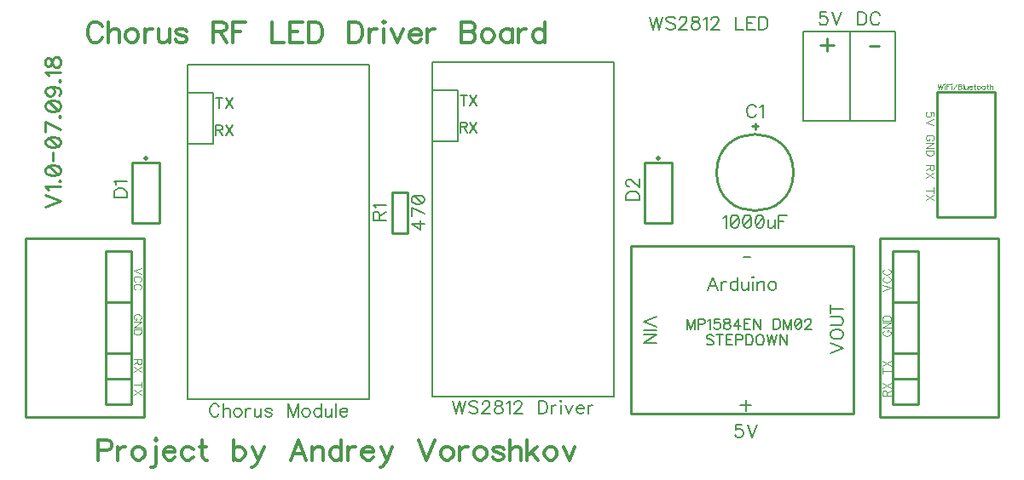
<source format=gbr>
G04 DipTrace 3.2.0.1*
G04 TopSilk.gbr*
%MOIN*%
G04 #@! TF.FileFunction,Legend,Top*
G04 #@! TF.Part,Single*
%ADD10C,0.009843*%
%ADD20C,0.019694*%
%ADD23C,0.007874*%
%ADD26C,0.005906*%
%ADD55C,0.00772*%
%ADD56C,0.009264*%
%ADD57C,0.012351*%
%ADD58C,0.006176*%
%ADD59C,0.010807*%
%ADD60C,0.004632*%
%ADD61C,0.003088*%
%FSLAX26Y26*%
G04*
G70*
G90*
G75*
G01*
G04 TopSilk*
%LPD*%
X2787273Y1334778D2*
D10*
X3658579D1*
Y675881D1*
X2787273D1*
Y1334778D1*
X3262042Y1802353D2*
X3285682D1*
X3273862Y1814150D2*
Y1790523D1*
X3123862Y1621244D2*
G02X3123862Y1621244I150000J0D01*
G01*
D20*
X890846Y1677988D3*
X946283Y1659325D2*
D10*
X840456D1*
Y1423112D1*
X946283D1*
Y1659325D1*
D20*
X2893901Y1678085D3*
X2949338Y1659422D2*
D10*
X2843511D1*
Y1423209D1*
X2949338D1*
Y1659422D1*
X3463801Y2173264D2*
D23*
X3822057D1*
Y1823659D1*
X3463801D1*
Y2173264D1*
X3644757Y2173017D2*
Y1825917D1*
X4212763Y1935326D2*
D10*
X3986379D1*
Y1447137D1*
X4212763D1*
Y1935326D1*
X3812951Y712945D2*
X3912943D1*
Y1312985D1*
X3812951D1*
Y712945D1*
Y814235D2*
X3912943D1*
X3812951Y1112995D2*
X3912943D1*
X3812951Y912935D2*
X3912943D1*
X3762954Y662965D2*
X4225454D1*
Y1362965D1*
X3762954D1*
Y662965D1*
X834910Y1312985D2*
X734917D1*
Y712945D1*
X834910D1*
Y1312985D1*
Y812975D2*
X734917D1*
X834910Y912935D2*
X734917D1*
X834910Y1112995D2*
X734917D1*
X884906Y1362965D2*
X422406D1*
Y662965D1*
X884906D1*
Y1362965D1*
X1056481Y2042113D2*
D26*
X1766481D1*
Y732113D1*
X1056481D1*
Y2042113D1*
Y1932073D2*
X1156449D1*
Y1732167D1*
X1056481D1*
Y1932073D1*
X2011727Y2053886D2*
X2721727D1*
Y743886D1*
X2011727D1*
Y2053886D1*
Y1943846D2*
X2111695D1*
Y1743940D1*
X2011727D1*
Y1943846D1*
X1914204Y1544797D2*
D10*
X1854204D1*
X1914204Y1384497D2*
Y1544797D1*
Y1384497D2*
X1854204D1*
Y1544797D1*
X3127557Y1160911D2*
D55*
X3108378Y1211151D1*
X3089255Y1160911D1*
X3096440Y1177658D2*
X3120372D1*
X3142996Y1194404D2*
Y1160911D1*
Y1180034D2*
X3145428Y1187219D1*
X3150181Y1192028D1*
X3154989Y1194404D1*
X3162174D1*
X3206299Y1211151D2*
Y1160911D1*
Y1187219D2*
X3201545Y1192028D1*
X3196737Y1194404D1*
X3189552D1*
X3184799Y1192028D1*
X3179990Y1187219D1*
X3177614Y1180034D1*
Y1175281D1*
X3179990Y1168096D1*
X3184799Y1163343D1*
X3189552Y1160911D1*
X3196737D1*
X3201545Y1163343D1*
X3206299Y1168096D1*
X3221738Y1194404D2*
Y1170473D1*
X3224114Y1163343D1*
X3228923Y1160911D1*
X3236108D1*
X3240861Y1163343D1*
X3248046Y1170473D1*
Y1194404D2*
Y1160911D1*
X3263485Y1211151D2*
X3265862Y1208774D1*
X3268294Y1211151D1*
X3265862Y1213583D1*
X3263485Y1211151D1*
X3265862Y1194404D2*
Y1160911D1*
X3283733Y1194404D2*
Y1160911D1*
Y1184843D2*
X3290918Y1192028D1*
X3295727Y1194404D1*
X3302856D1*
X3307665Y1192028D1*
X3310041Y1184843D1*
Y1160911D1*
X3337419Y1194404D2*
X3332666Y1192028D1*
X3327857Y1187219D1*
X3325481Y1180034D1*
Y1175281D1*
X3327857Y1168096D1*
X3332666Y1163343D1*
X3337419Y1160911D1*
X3344604D1*
X3349412Y1163343D1*
X3354166Y1168096D1*
X3356597Y1175281D1*
Y1180034D1*
X3354166Y1187219D1*
X3349412Y1192028D1*
X3344604Y1194404D1*
X3337419D1*
X3278080Y1875434D2*
X3275704Y1880188D1*
X3270895Y1884996D1*
X3266142Y1887373D1*
X3256581D1*
X3251772Y1884996D1*
X3247019Y1880188D1*
X3244587Y1875434D1*
X3242210Y1868249D1*
Y1856256D1*
X3244587Y1849126D1*
X3247019Y1844318D1*
X3251772Y1839565D1*
X3256581Y1837133D1*
X3266142D1*
X3270895Y1839565D1*
X3275704Y1844318D1*
X3278080Y1849126D1*
X3293520Y1877756D2*
X3298328Y1880188D1*
X3305513Y1887317D1*
Y1837133D1*
X3150314Y1444661D2*
X3155123Y1447093D1*
X3162308Y1454222D1*
Y1404038D1*
X3192117Y1454222D2*
X3184932Y1451846D1*
X3180124Y1444661D1*
X3177747Y1432722D1*
Y1425537D1*
X3180124Y1413599D1*
X3184932Y1406414D1*
X3192117Y1404038D1*
X3196870D1*
X3204055Y1406414D1*
X3208809Y1413599D1*
X3211241Y1425537D1*
Y1432722D1*
X3208809Y1444661D1*
X3204055Y1451846D1*
X3196870Y1454222D1*
X3192117D1*
X3208809Y1444661D2*
X3180124Y1413599D1*
X3241050Y1454222D2*
X3233865Y1451846D1*
X3229056Y1444661D1*
X3226680Y1432722D1*
Y1425537D1*
X3229056Y1413599D1*
X3233865Y1406414D1*
X3241050Y1404038D1*
X3245803D1*
X3252988Y1406414D1*
X3257741Y1413599D1*
X3260173Y1425537D1*
Y1432722D1*
X3257741Y1444661D1*
X3252988Y1451846D1*
X3245803Y1454222D1*
X3241050D1*
X3257741Y1444661D2*
X3229056Y1413599D1*
X3289982Y1454222D2*
X3282797Y1451846D1*
X3277989Y1444661D1*
X3275612Y1432722D1*
Y1425537D1*
X3277989Y1413599D1*
X3282797Y1406414D1*
X3289982Y1404038D1*
X3294736D1*
X3301921Y1406414D1*
X3306674Y1413599D1*
X3309106Y1425537D1*
Y1432722D1*
X3306674Y1444661D1*
X3301921Y1451846D1*
X3294736Y1454222D1*
X3289982D1*
X3306674Y1444661D2*
X3277989Y1413599D1*
X3324545Y1437531D2*
Y1413599D1*
X3326922Y1406469D1*
X3331730Y1404038D1*
X3338915D1*
X3343668Y1406469D1*
X3350853Y1413599D1*
Y1437531D2*
Y1404038D1*
X3397409Y1454278D2*
X3366292D1*
Y1404038D1*
Y1430346D2*
X3385416D1*
X767233Y1525011D2*
X817473D1*
Y1541757D1*
X815041Y1548942D1*
X810288Y1553751D1*
X805480Y1556128D1*
X798350Y1558504D1*
X786357D1*
X779172Y1556128D1*
X774418Y1553751D1*
X769610Y1548943D1*
X767233Y1541758D1*
Y1525011D1*
X776850Y1573943D2*
X774418Y1578752D1*
X767289Y1585937D1*
X817473D1*
X2770288Y1514358D2*
X2820528D1*
Y1531105D1*
X2818097Y1538290D1*
X2813343Y1543098D1*
X2808535Y1545475D1*
X2801405Y1547851D1*
X2789412D1*
X2782227Y1545475D1*
X2777474Y1543098D1*
X2772665Y1538290D1*
X2770288Y1531105D1*
Y1514358D1*
X2782282Y1565722D2*
X2779905D1*
X2775097Y1568099D1*
X2772720Y1570476D1*
X2770344Y1575284D1*
Y1584846D1*
X2772720Y1589599D1*
X2775097Y1591975D1*
X2779905Y1594407D1*
X2784659D1*
X2789467Y1591975D1*
X2796597Y1587222D1*
X2820528Y1563291D1*
Y1596784D1*
X2863735Y2231285D2*
X2875729Y2181045D1*
X2887667Y2231285D1*
X2899605Y2181045D1*
X2911599Y2231285D1*
X2960531Y2224100D2*
X2955778Y2228908D1*
X2948593Y2231285D1*
X2939032D1*
X2931846Y2228908D1*
X2927038Y2224100D1*
Y2219347D1*
X2929470Y2214538D1*
X2931846Y2212161D1*
X2936600Y2209785D1*
X2950970Y2204976D1*
X2955778Y2202600D1*
X2958155Y2200168D1*
X2960531Y2195415D1*
Y2188230D1*
X2955778Y2183477D1*
X2948593Y2181045D1*
X2939032D1*
X2931846Y2183477D1*
X2927038Y2188230D1*
X2978402Y2219291D2*
Y2221668D1*
X2980779Y2226476D1*
X2983156Y2228853D1*
X2987964Y2231229D1*
X2997526D1*
X3002279Y2228853D1*
X3004655Y2226476D1*
X3007087Y2221668D1*
Y2216915D1*
X3004655Y2212106D1*
X2999902Y2204976D1*
X2975971Y2181045D1*
X3009464D1*
X3036841Y2231229D2*
X3029712Y2228853D1*
X3027280Y2224100D1*
Y2219291D1*
X3029712Y2214538D1*
X3034465Y2212106D1*
X3044026Y2209730D1*
X3051211Y2207353D1*
X3055965Y2202545D1*
X3058341Y2197791D1*
Y2190606D1*
X3055965Y2185853D1*
X3053588Y2183421D1*
X3046403Y2181045D1*
X3036841D1*
X3029712Y2183421D1*
X3027280Y2185853D1*
X3024903Y2190606D1*
Y2197791D1*
X3027280Y2202545D1*
X3032088Y2207353D1*
X3039218Y2209730D1*
X3048780Y2212106D1*
X3053588Y2214538D1*
X3055965Y2219291D1*
Y2224100D1*
X3053588Y2228853D1*
X3046403Y2231229D1*
X3036841D1*
X3073781Y2221668D2*
X3078589Y2224100D1*
X3085774Y2231229D1*
Y2181045D1*
X3103645Y2219291D2*
Y2221668D1*
X3106022Y2226476D1*
X3108398Y2228853D1*
X3113207Y2231229D1*
X3122768D1*
X3127522Y2228853D1*
X3129898Y2226476D1*
X3132330Y2221668D1*
Y2216915D1*
X3129898Y2212106D1*
X3125145Y2204976D1*
X3101213Y2181045D1*
X3134707D1*
X3198747Y2231285D2*
Y2181045D1*
X3227432D1*
X3273932Y2231285D2*
X3242871D1*
Y2181045D1*
X3273932D1*
X3242871Y2207353D2*
X3261994D1*
X3289372Y2231285D2*
Y2181045D1*
X3306118D1*
X3313303Y2183477D1*
X3318112Y2188230D1*
X3320488Y2193038D1*
X3322865Y2200168D1*
Y2212161D1*
X3320488Y2219347D1*
X3318112Y2224100D1*
X3313303Y2228908D1*
X3306118Y2231285D1*
X3289372D1*
X3553675Y2249325D2*
X3529798D1*
X3527422Y2227825D1*
X3529798Y2230202D1*
X3536984Y2232634D1*
X3544113D1*
X3551298Y2230202D1*
X3556107Y2225449D1*
X3558483Y2218264D1*
Y2213511D1*
X3556107Y2206326D1*
X3551298Y2201517D1*
X3544113Y2199141D1*
X3536984D1*
X3529798Y2201517D1*
X3527422Y2203949D1*
X3524990Y2208702D1*
X3573923Y2249381D2*
X3593046Y2199141D1*
X3612169Y2249381D1*
X3676209D2*
Y2199141D1*
X3692956D1*
X3700141Y2201572D1*
X3704950Y2206326D1*
X3707326Y2211134D1*
X3709703Y2218264D1*
Y2230257D1*
X3707326Y2237442D1*
X3704950Y2242196D1*
X3700141Y2247004D1*
X3692956Y2249381D1*
X3676209D1*
X3761012Y2237442D2*
X3758635Y2242196D1*
X3753827Y2247004D1*
X3749074Y2249381D1*
X3739512D1*
X3734704Y2247004D1*
X3729950Y2242196D1*
X3727519Y2237442D1*
X3725142Y2230257D1*
Y2218264D1*
X3727519Y2211134D1*
X3729950Y2206326D1*
X3734704Y2201572D1*
X3739512Y2199141D1*
X3749074D1*
X3753827Y2201572D1*
X3758635Y2206326D1*
X3761012Y2211134D1*
X1179069Y703216D2*
X1176693Y707969D1*
X1171884Y712778D1*
X1167131Y715154D1*
X1157569D1*
X1152761Y712778D1*
X1148008Y707969D1*
X1145576Y703216D1*
X1143199Y696031D1*
Y684037D1*
X1145576Y676908D1*
X1148008Y672099D1*
X1152761Y667346D1*
X1157569Y664914D1*
X1167131D1*
X1171884Y667346D1*
X1176693Y672099D1*
X1179069Y676908D1*
X1194508Y715154D2*
Y664914D1*
Y688846D2*
X1201693Y696031D1*
X1206502Y698408D1*
X1213687D1*
X1218440Y696031D1*
X1220817Y688846D1*
Y664914D1*
X1248194Y698408D2*
X1243441Y696031D1*
X1238633Y691222D1*
X1236256Y684037D1*
Y679284D1*
X1238633Y672099D1*
X1243441Y667346D1*
X1248194Y664914D1*
X1255379D1*
X1260188Y667346D1*
X1264941Y672099D1*
X1267373Y679284D1*
Y684037D1*
X1264941Y691222D1*
X1260188Y696031D1*
X1255379Y698408D1*
X1248194D1*
X1282812D2*
Y664914D1*
Y684037D2*
X1285244Y691222D1*
X1289997Y696031D1*
X1294805Y698408D1*
X1301990D1*
X1317430D2*
Y674476D1*
X1319806Y667346D1*
X1324615Y664914D1*
X1331800D1*
X1336553Y667346D1*
X1343738Y674476D1*
Y698408D2*
Y664914D1*
X1385486Y691222D2*
X1383109Y696031D1*
X1375924Y698408D1*
X1368739D1*
X1361554Y696031D1*
X1359177Y691222D1*
X1361554Y686469D1*
X1366362Y684037D1*
X1378301Y681661D1*
X1383109Y679284D1*
X1385486Y674476D1*
Y672099D1*
X1383109Y667346D1*
X1375924Y664914D1*
X1368739D1*
X1361554Y667346D1*
X1359177Y672099D1*
X1487772Y664914D2*
Y715154D1*
X1468649Y664914D1*
X1449526Y715154D1*
Y664914D1*
X1515150Y698408D2*
X1510397Y696031D1*
X1505588Y691222D1*
X1503212Y684037D1*
Y679284D1*
X1505588Y672099D1*
X1510397Y667346D1*
X1515150Y664914D1*
X1522335D1*
X1527143Y667346D1*
X1531896Y672099D1*
X1534328Y679284D1*
Y684037D1*
X1531896Y691222D1*
X1527143Y696031D1*
X1522335Y698408D1*
X1515150D1*
X1578452Y715154D2*
Y664914D1*
Y691222D2*
X1573699Y696031D1*
X1568891Y698408D1*
X1561706D1*
X1556953Y696031D1*
X1552144Y691222D1*
X1549768Y684037D1*
Y679284D1*
X1552144Y672099D1*
X1556953Y667346D1*
X1561706Y664914D1*
X1568891D1*
X1573699Y667346D1*
X1578452Y672099D1*
X1593892Y698408D2*
Y674476D1*
X1596268Y667346D1*
X1601077Y664914D1*
X1608262D1*
X1613015Y667346D1*
X1620200Y674476D1*
Y698408D2*
Y664914D1*
X1635639Y715154D2*
Y664914D1*
X1651078Y684037D2*
X1679763D1*
Y688846D1*
X1677387Y693654D1*
X1675010Y696031D1*
X1670202Y698408D1*
X1663017D1*
X1658263Y696031D1*
X1653455Y691222D1*
X1651078Y684037D1*
Y679284D1*
X1653455Y672099D1*
X1658263Y667346D1*
X1663017Y664914D1*
X1670202D1*
X1675010Y667346D1*
X1679763Y672099D1*
X2093609Y726927D2*
X2105602Y676687D1*
X2117540Y726927D1*
X2129478Y676687D1*
X2141472Y726927D1*
X2190405Y719742D2*
X2185651Y724551D1*
X2178466Y726927D1*
X2168905D1*
X2161720Y724551D1*
X2156911Y719742D1*
Y714989D1*
X2159343Y710180D1*
X2161720Y707804D1*
X2166473Y705427D1*
X2180843Y700619D1*
X2185651Y698242D1*
X2188028Y695810D1*
X2190405Y691057D1*
Y683872D1*
X2185651Y679119D1*
X2178466Y676687D1*
X2168905D1*
X2161720Y679119D1*
X2156911Y683872D1*
X2208276Y714934D2*
Y717310D1*
X2210652Y722119D1*
X2213029Y724495D1*
X2217837Y726872D1*
X2227399D1*
X2232152Y724495D1*
X2234529Y722119D1*
X2236961Y717310D1*
Y712557D1*
X2234529Y707749D1*
X2229775Y700619D1*
X2205844Y676687D1*
X2239337D1*
X2266715Y726872D2*
X2259585Y724495D1*
X2257153Y719742D1*
Y714934D1*
X2259585Y710180D1*
X2264338Y707749D1*
X2273900Y705372D1*
X2281085Y702995D1*
X2285838Y698187D1*
X2288214Y693434D1*
Y686249D1*
X2285838Y681496D1*
X2283461Y679064D1*
X2276276Y676687D1*
X2266715D1*
X2259585Y679064D1*
X2257153Y681496D1*
X2254776Y686249D1*
Y693434D1*
X2257153Y698187D1*
X2261961Y702995D1*
X2269091Y705372D1*
X2278653Y707749D1*
X2283461Y710180D1*
X2285838Y714934D1*
Y719742D1*
X2283461Y724495D1*
X2276276Y726872D1*
X2266715D1*
X2303654Y717310D2*
X2308462Y719742D1*
X2315647Y726872D1*
Y676687D1*
X2333518Y714934D2*
Y717310D1*
X2335895Y722119D1*
X2338271Y724495D1*
X2343080Y726872D1*
X2352642D1*
X2357395Y724495D1*
X2359771Y722119D1*
X2362203Y717310D1*
Y712557D1*
X2359771Y707749D1*
X2355018Y700619D1*
X2331086Y676687D1*
X2364580D1*
X2428620Y726927D2*
Y676687D1*
X2445367D1*
X2452552Y679119D1*
X2457360Y683872D1*
X2459737Y688681D1*
X2462113Y695810D1*
Y707804D1*
X2459737Y714989D1*
X2457360Y719742D1*
X2452552Y724551D1*
X2445367Y726927D1*
X2428620D1*
X2477553Y710180D2*
Y676687D1*
Y695810D2*
X2479984Y702995D1*
X2484738Y707804D1*
X2489546Y710180D1*
X2496731D1*
X2512170Y726927D2*
X2514547Y724551D1*
X2516979Y726927D1*
X2514547Y729359D1*
X2512170Y726927D1*
X2514547Y710180D2*
Y676687D1*
X2532418Y710180D2*
X2546788Y676687D1*
X2561103Y710180D1*
X2576542Y695810D2*
X2605227D1*
Y700619D1*
X2602850Y705427D1*
X2600474Y707804D1*
X2595665Y710180D1*
X2588480D1*
X2583727Y707804D1*
X2578919Y702995D1*
X2576542Y695810D1*
Y691057D1*
X2578919Y683872D1*
X2583727Y679119D1*
X2588480Y676687D1*
X2595665D1*
X2600474Y679119D1*
X2605227Y683872D1*
X2620666Y710180D2*
Y676687D1*
Y695810D2*
X2623098Y702995D1*
X2627851Y707804D1*
X2632660Y710180D1*
X2639845D1*
X1804913Y1434184D2*
Y1455684D1*
X1802481Y1462869D1*
X1800105Y1465301D1*
X1795351Y1467677D1*
X1790543D1*
X1785790Y1465301D1*
X1783358Y1462869D1*
X1780981Y1455684D1*
Y1434184D1*
X1831221D1*
X1804913Y1450931D2*
X1831221Y1467677D1*
X1790598Y1483117D2*
X1788166Y1487925D1*
X1781037Y1495110D1*
X1831221D1*
X1981403Y1421711D2*
X1931218D1*
X1964656Y1397780D1*
Y1433649D1*
X1981403Y1458650D2*
X1931218Y1482582D1*
Y1449089D1*
Y1512391D2*
X1933595Y1505206D1*
X1940780Y1500398D1*
X1952718Y1498021D1*
X1959903D1*
X1971841Y1500398D1*
X1979027Y1505206D1*
X1981403Y1512391D1*
Y1517144D1*
X1979027Y1524329D1*
X1971841Y1529083D1*
X1959903Y1531515D1*
X1952718D1*
X1940780Y1529083D1*
X1933595Y1524330D1*
X1931218Y1517144D1*
Y1512391D1*
X1940780Y1529083D2*
X1971841Y1500398D1*
X3223739Y633918D2*
X3199862D1*
X3197486Y612418D1*
X3199862Y614795D1*
X3207047Y617226D1*
X3214177D1*
X3221362Y614795D1*
X3226170Y610041D1*
X3228547Y602856D1*
Y598103D1*
X3226170Y590918D1*
X3221362Y586110D1*
X3214177Y583733D1*
X3207047D1*
X3199862Y586110D1*
X3197486Y588542D1*
X3195054Y593295D1*
X3243986Y633973D2*
X3263110Y583733D1*
X3282233Y633973D1*
X499200Y1487922D2*
D56*
X559489Y1510870D1*
X499201Y1533818D1*
X510741Y1552345D2*
X507823Y1558115D1*
X499267Y1566737D1*
X559489D1*
X553718Y1588116D2*
X556637Y1585264D1*
X559489Y1588116D1*
X556637Y1591034D1*
X553718Y1588116D1*
X499267Y1626805D2*
X502119Y1618183D1*
X510741Y1612413D1*
X525067Y1609561D1*
X533689D1*
X548015Y1612413D1*
X556637Y1618183D1*
X559489Y1626805D1*
Y1632509D1*
X556637Y1641131D1*
X548015Y1646835D1*
X533689Y1649753D1*
X525067D1*
X510741Y1646835D1*
X502119Y1641131D1*
X499267Y1632509D1*
Y1626805D1*
X510741Y1646835D2*
X548015Y1612413D1*
X529378Y1668280D2*
Y1701442D1*
X499267Y1737213D2*
X502119Y1728591D1*
X510741Y1722821D1*
X525067Y1719969D1*
X533689D1*
X548015Y1722821D1*
X556637Y1728591D1*
X559488Y1737213D1*
Y1742917D1*
X556637Y1751539D1*
X548015Y1757243D1*
X533689Y1760161D1*
X525067D1*
X510741Y1757243D1*
X502119Y1751539D1*
X499267Y1742917D1*
Y1737213D1*
X510741Y1757243D2*
X548015Y1722821D1*
X559488Y1790162D2*
X499267Y1818880D1*
Y1778688D1*
X553718Y1840259D2*
X556637Y1837407D1*
X559488Y1840259D1*
X556637Y1843177D1*
X553718Y1840259D1*
X499267Y1878949D2*
X502119Y1870327D1*
X510741Y1864557D1*
X525067Y1861705D1*
X533689D1*
X548015Y1864556D1*
X556637Y1870327D1*
X559488Y1878949D1*
Y1884652D1*
X556637Y1893275D1*
X548015Y1898978D1*
X533689Y1901897D1*
X525067D1*
X510741Y1898978D1*
X502119Y1893275D1*
X499267Y1884653D1*
Y1878949D1*
X510741Y1898978D2*
X548015Y1864556D1*
X519296Y1957764D2*
X527919Y1954846D1*
X533689Y1949142D1*
X536541Y1940520D1*
Y1937668D1*
X533689Y1929046D1*
X527919Y1923342D1*
X519296Y1920424D1*
X516445D1*
X507823Y1923342D1*
X502119Y1929046D1*
X499267Y1937668D1*
Y1940520D1*
X502119Y1949142D1*
X507823Y1954846D1*
X519296Y1957764D1*
X533689D1*
X548015Y1954846D1*
X556637Y1949142D1*
X559488Y1940520D1*
Y1934816D1*
X556637Y1926194D1*
X550866Y1923342D1*
X553718Y1979143D2*
X556637Y1976291D1*
X559488Y1979143D1*
X556637Y1982061D1*
X553718Y1979143D1*
X510741Y2000588D2*
X507823Y2006358D1*
X499267Y2014980D1*
X559488D1*
X499267Y2047833D2*
X502119Y2039278D1*
X507823Y2036359D1*
X513593D1*
X519296Y2039278D1*
X522215Y2044981D1*
X525067Y2056455D1*
X527919Y2065077D1*
X533689Y2070781D1*
X539392Y2073633D1*
X548015D1*
X553718Y2070781D1*
X556637Y2067929D1*
X559488Y2059307D1*
Y2047833D1*
X556637Y2039278D1*
X553718Y2036359D1*
X548015Y2033507D1*
X539392D1*
X533689Y2036359D1*
X527919Y2042129D1*
X525067Y2050685D1*
X522215Y2062159D1*
X519296Y2067929D1*
X513593Y2070781D1*
X507823D1*
X502119Y2067929D1*
X499267Y2059307D1*
Y2047833D1*
X721508Y2191981D2*
D57*
X717706Y2199587D1*
X710012Y2207280D1*
X702407Y2211083D1*
X687108D1*
X679415Y2207280D1*
X671810Y2199587D1*
X667919Y2191981D1*
X664116Y2180485D1*
Y2161296D1*
X667919Y2149888D1*
X671810Y2142195D1*
X679415Y2134590D1*
X687108Y2130699D1*
X702407D1*
X710012Y2134590D1*
X717706Y2142195D1*
X721508Y2149888D1*
X746211Y2211083D2*
Y2130699D1*
Y2168989D2*
X757707Y2180485D1*
X765401Y2184288D1*
X776897D1*
X784502Y2180485D1*
X788304Y2168989D1*
Y2130699D1*
X832108Y2184288D2*
X824503Y2180485D1*
X816810Y2172792D1*
X813007Y2161296D1*
Y2153691D1*
X816810Y2142195D1*
X824503Y2134590D1*
X832108Y2130699D1*
X843604D1*
X851298Y2134590D1*
X858903Y2142195D1*
X862794Y2153691D1*
Y2161296D1*
X858903Y2172792D1*
X851298Y2180485D1*
X843604Y2184288D1*
X832108D1*
X887497D2*
Y2130699D1*
Y2161296D2*
X891388Y2172792D1*
X898993Y2180485D1*
X906686Y2184288D1*
X918182D1*
X942885D2*
Y2145997D1*
X946688Y2134590D1*
X954381Y2130699D1*
X965877D1*
X973482Y2134590D1*
X984978Y2145997D1*
Y2184288D2*
Y2130699D1*
X1051774Y2172792D2*
X1047972Y2180485D1*
X1036476Y2184288D1*
X1024980D1*
X1013484Y2180485D1*
X1009681Y2172792D1*
X1013484Y2165187D1*
X1021177Y2161296D1*
X1040278Y2157493D1*
X1047972Y2153691D1*
X1051774Y2145997D1*
Y2142195D1*
X1047972Y2134590D1*
X1036476Y2130699D1*
X1024980D1*
X1013484Y2134590D1*
X1009681Y2142195D1*
X1154239Y2172792D2*
X1188639D1*
X1200135Y2176683D1*
X1204026Y2180485D1*
X1207828Y2188091D1*
Y2195784D1*
X1204026Y2203389D1*
X1200135Y2207280D1*
X1188639Y2211083D1*
X1154239D1*
Y2130699D1*
X1181033Y2172792D2*
X1207828Y2130699D1*
X1282318Y2211083D2*
X1232531D1*
Y2130699D1*
Y2172792D2*
X1263128D1*
X1384782Y2211083D2*
Y2130699D1*
X1430678D1*
X1505079Y2211083D2*
X1455381D1*
Y2130699D1*
X1505079D1*
X1455381Y2172792D2*
X1485978D1*
X1529782Y2211083D2*
Y2130699D1*
X1556576D1*
X1568073Y2134590D1*
X1575766Y2142195D1*
X1579569Y2149888D1*
X1583371Y2161296D1*
Y2180485D1*
X1579569Y2191981D1*
X1575766Y2199587D1*
X1568073Y2207280D1*
X1556576Y2211083D1*
X1529782D1*
X1685835D2*
Y2130699D1*
X1712630D1*
X1724126Y2134590D1*
X1731820Y2142195D1*
X1735622Y2149888D1*
X1739425Y2161296D1*
Y2180485D1*
X1735622Y2191981D1*
X1731820Y2199587D1*
X1724126Y2207280D1*
X1712630Y2211083D1*
X1685835D1*
X1764128Y2184288D2*
Y2130699D1*
Y2161296D2*
X1768019Y2172792D1*
X1775624Y2180485D1*
X1783317Y2184288D1*
X1794813D1*
X1819516Y2211083D2*
X1823319Y2207280D1*
X1827210Y2211083D1*
X1823319Y2214974D1*
X1819516Y2211083D1*
X1823319Y2184288D2*
Y2130699D1*
X1851912Y2184288D2*
X1874905Y2130699D1*
X1897808Y2184288D1*
X1922511Y2161296D2*
X1968407D1*
Y2168989D1*
X1964604Y2176683D1*
X1960802Y2180485D1*
X1953108Y2184288D1*
X1941612D1*
X1934007Y2180485D1*
X1926314Y2172792D1*
X1922511Y2161296D1*
Y2153691D1*
X1926314Y2142195D1*
X1934007Y2134590D1*
X1941612Y2130699D1*
X1953108D1*
X1960802Y2134590D1*
X1968407Y2142195D1*
X1993110Y2184288D2*
Y2130699D1*
Y2161296D2*
X1997001Y2172792D1*
X2004606Y2180485D1*
X2012299Y2184288D1*
X2023795D1*
X2126260Y2211083D2*
Y2130699D1*
X2160748D1*
X2172244Y2134590D1*
X2176046Y2138392D1*
X2179849Y2145997D1*
Y2157493D1*
X2176046Y2165187D1*
X2172244Y2168989D1*
X2160748Y2172792D1*
X2172244Y2176683D1*
X2176046Y2180485D1*
X2179849Y2188091D1*
Y2195784D1*
X2176046Y2203389D1*
X2172244Y2207280D1*
X2160748Y2211083D1*
X2126260D1*
Y2172792D2*
X2160748D1*
X2223653Y2184288D2*
X2216048Y2180485D1*
X2208354Y2172792D1*
X2204552Y2161296D1*
Y2153691D1*
X2208354Y2142195D1*
X2216048Y2134590D1*
X2223653Y2130699D1*
X2235149D1*
X2242842Y2134590D1*
X2250448Y2142195D1*
X2254339Y2153691D1*
Y2161296D1*
X2250448Y2172792D1*
X2242842Y2180485D1*
X2235149Y2184288D1*
X2223653D1*
X2324937D2*
Y2130699D1*
Y2172792D2*
X2317332Y2180485D1*
X2309639Y2184288D1*
X2298231D1*
X2290537Y2180485D1*
X2282932Y2172792D1*
X2279041Y2161296D1*
Y2153691D1*
X2282932Y2142195D1*
X2290537Y2134590D1*
X2298231Y2130699D1*
X2309639D1*
X2317332Y2134590D1*
X2324937Y2142195D1*
X2349640Y2184288D2*
Y2130699D1*
Y2161296D2*
X2353531Y2172792D1*
X2361136Y2180485D1*
X2368830Y2184288D1*
X2380326D1*
X2450924Y2211083D2*
Y2130699D1*
Y2172792D2*
X2443319Y2180485D1*
X2435626Y2184288D1*
X2424130D1*
X2416524Y2180485D1*
X2408831Y2172792D1*
X2405028Y2161296D1*
Y2153691D1*
X2408831Y2142195D1*
X2416524Y2134590D1*
X2424130Y2130699D1*
X2435626D1*
X2443319Y2134590D1*
X2450924Y2142195D1*
X704748Y532889D2*
X739236D1*
X750644Y536692D1*
X754535Y540583D1*
X758337Y548188D1*
Y559684D1*
X754535Y567289D1*
X750644Y571180D1*
X739236Y574982D1*
X704748D1*
Y494598D1*
X783040Y548188D2*
Y494598D1*
Y525195D2*
X786931Y536692D1*
X794536Y544385D1*
X802229Y548188D1*
X813726D1*
X857529D2*
X849924Y544385D1*
X842231Y536692D1*
X838428Y525195D1*
Y517590D1*
X842231Y506094D1*
X849924Y498489D1*
X857529Y494598D1*
X869026D1*
X876719Y498489D1*
X884324Y506094D1*
X888215Y517590D1*
Y525195D1*
X884324Y536692D1*
X876719Y544385D1*
X869026Y548188D1*
X857529D1*
X928217Y575071D2*
X932108Y571268D1*
X935910Y575071D1*
X932108Y578873D1*
X928217Y575071D1*
X932108Y548276D2*
Y483191D1*
X928217Y471695D1*
X920611Y467892D1*
X912918D1*
X960613Y525195D2*
X1006509D1*
Y532889D1*
X1002706Y540583D1*
X998904Y544385D1*
X991210Y548188D1*
X979714D1*
X972109Y544385D1*
X964415Y536692D1*
X960613Y525195D1*
Y517590D1*
X964415Y506094D1*
X972109Y498489D1*
X979714Y494598D1*
X991210D1*
X998904Y498489D1*
X1006509Y506094D1*
X1077196Y536692D2*
X1069502Y544385D1*
X1061809Y548188D1*
X1050401D1*
X1042708Y544385D1*
X1035102Y536692D1*
X1031211Y525195D1*
Y517590D1*
X1035102Y506094D1*
X1042708Y498489D1*
X1050401Y494598D1*
X1061809D1*
X1069502Y498489D1*
X1077196Y506094D1*
X1113395Y574982D2*
Y509897D1*
X1117197Y498489D1*
X1124891Y494598D1*
X1132496D1*
X1101899Y548188D2*
X1128693D1*
X1234960Y574982D2*
Y494598D1*
Y536692D2*
X1242654Y544385D1*
X1250259Y548188D1*
X1261755D1*
X1269360Y544385D1*
X1277053Y536692D1*
X1280856Y525195D1*
Y517590D1*
X1277053Y506094D1*
X1269360Y498489D1*
X1261755Y494598D1*
X1250259D1*
X1242654Y498489D1*
X1234960Y506094D1*
X1309450Y548188D2*
X1332353Y494598D1*
X1324748Y479300D1*
X1317055Y471606D1*
X1309450Y467804D1*
X1305559D1*
X1355345Y548188D2*
X1332353Y494598D1*
X1519093D2*
X1488407Y574982D1*
X1457810Y494598D1*
X1469306Y521393D2*
X1507597D1*
X1543795Y548188D2*
Y494598D1*
Y532889D2*
X1555292Y544385D1*
X1562985Y548188D1*
X1574393D1*
X1582086Y544385D1*
X1585889Y532889D1*
Y494598D1*
X1656487Y574982D2*
Y494598D1*
Y536692D2*
X1648882Y544385D1*
X1641189Y548188D1*
X1629693D1*
X1622088Y544385D1*
X1614394Y536692D1*
X1610592Y525195D1*
Y517590D1*
X1614394Y506094D1*
X1622088Y498489D1*
X1629693Y494598D1*
X1641189D1*
X1648882Y498489D1*
X1656487Y506094D1*
X1681190Y548188D2*
Y494598D1*
Y525195D2*
X1685081Y536692D1*
X1692686Y544385D1*
X1700380Y548188D1*
X1711876D1*
X1736579Y525195D2*
X1782474D1*
Y532889D1*
X1778672Y540583D1*
X1774869Y544385D1*
X1767176Y548188D1*
X1755680D1*
X1748075Y544385D1*
X1740381Y536692D1*
X1736579Y525195D1*
Y517590D1*
X1740381Y506094D1*
X1748075Y498489D1*
X1755680Y494598D1*
X1767176D1*
X1774869Y498489D1*
X1782474Y506094D1*
X1811068Y548188D2*
X1833972Y494598D1*
X1826367Y479300D1*
X1818673Y471606D1*
X1811068Y467804D1*
X1807177D1*
X1856964Y548188D2*
X1833972Y494598D1*
X1959428Y574982D2*
X1990026Y494598D1*
X2020623Y574982D1*
X2064427Y548188D2*
X2056822Y544385D1*
X2049128Y536692D1*
X2045326Y525195D1*
Y517590D1*
X2049128Y506094D1*
X2056822Y498489D1*
X2064427Y494598D1*
X2075923D1*
X2083616Y498489D1*
X2091221Y506094D1*
X2095112Y517590D1*
Y525195D1*
X2091221Y536692D1*
X2083616Y544385D1*
X2075923Y548188D1*
X2064427D1*
X2119815D2*
Y494598D1*
Y525195D2*
X2123706Y536692D1*
X2131311Y544385D1*
X2139005Y548188D1*
X2150501D1*
X2194305D2*
X2186700Y544385D1*
X2179006Y536692D1*
X2175204Y525195D1*
Y517590D1*
X2179006Y506094D1*
X2186700Y498489D1*
X2194305Y494598D1*
X2205801D1*
X2213494Y498489D1*
X2221099Y506094D1*
X2224990Y517590D1*
Y525195D1*
X2221099Y536692D1*
X2213494Y544385D1*
X2205801Y548188D1*
X2194305D1*
X2291786Y536692D2*
X2287984Y544385D1*
X2276488Y548188D1*
X2264992D1*
X2253496Y544385D1*
X2249693Y536692D1*
X2253496Y529086D1*
X2261189Y525195D1*
X2280290Y521393D1*
X2287984Y517590D1*
X2291786Y509897D1*
Y506094D1*
X2287984Y498489D1*
X2276488Y494598D1*
X2264992D1*
X2253496Y498489D1*
X2249693Y506094D1*
X2316489Y574982D2*
Y494598D1*
Y532889D2*
X2327985Y544385D1*
X2335679Y548188D1*
X2347175D1*
X2354780Y544385D1*
X2358583Y532889D1*
Y494598D1*
X2383285Y574982D2*
Y494598D1*
X2421576Y548188D2*
X2383285Y509897D1*
X2398584Y525195D2*
X2425379Y494598D1*
X2469183Y548188D2*
X2461577Y544385D1*
X2453884Y536692D1*
X2450081Y525195D1*
Y517590D1*
X2453884Y506094D1*
X2461577Y498489D1*
X2469183Y494598D1*
X2480679D1*
X2488372Y498489D1*
X2495977Y506094D1*
X2499868Y517590D1*
Y525195D1*
X2495977Y536692D1*
X2488372Y544385D1*
X2480679Y548188D1*
X2469183D1*
X2524571D2*
X2547563Y494598D1*
X2570467Y548188D1*
X2887941Y1056422D2*
D55*
X2837701Y1037298D1*
X2887941Y1018175D1*
Y1002736D2*
X2837701D1*
X2887941Y953803D2*
X2837701D1*
X2887941Y987297D1*
X2837701D1*
X3569151Y914901D2*
X3619391Y934024D1*
X3569151Y953148D1*
Y982957D2*
X3571528Y978148D1*
X3576336Y973395D1*
X3581090Y970963D1*
X3588275Y968587D1*
X3600268D1*
X3607398Y970963D1*
X3612206Y973395D1*
X3616959Y978148D1*
X3619391Y982957D1*
Y992518D1*
X3616959Y997272D1*
X3612206Y1002080D1*
X3607398Y1004457D1*
X3600268Y1006833D1*
X3588275D1*
X3581090Y1004457D1*
X3576336Y1002080D1*
X3571528Y997272D1*
X3569151Y992518D1*
Y982957D1*
Y1022273D2*
X3605021Y1022272D1*
X3612206Y1024649D1*
X3616959Y1029458D1*
X3619391Y1036643D1*
Y1041396D1*
X3616959Y1048581D1*
X3612206Y1053389D1*
X3605021Y1055766D1*
X3569151D1*
Y1087952D2*
X3619391D1*
X3569151Y1071205D2*
Y1104698D1*
X3227222Y1289312D2*
X3254856D1*
X3259331Y709953D2*
X3216276D1*
X3237776Y731453D2*
Y688398D1*
X3110699Y980480D2*
D58*
X3106896Y984326D1*
X3101148Y986228D1*
X3093499D1*
X3087751Y984326D1*
X3083904Y980480D1*
Y976677D1*
X3085850Y972830D1*
X3087751Y970929D1*
X3091553Y969028D1*
X3103049Y965181D1*
X3106896Y963280D1*
X3108797Y961334D1*
X3110699Y957532D1*
Y951784D1*
X3106896Y947981D1*
X3101148Y946036D1*
X3093499D1*
X3087751Y947981D1*
X3083904Y951784D1*
X3136447Y986228D2*
Y946036D1*
X3123050Y986228D2*
X3149845D1*
X3187045D2*
X3162196D1*
Y946036D1*
X3187045D1*
X3162196Y967082D2*
X3177495D1*
X3199397Y965181D2*
X3216641D1*
X3222345Y967082D1*
X3224290Y969028D1*
X3226191Y972830D1*
Y978578D1*
X3224290Y982381D1*
X3222345Y984326D1*
X3216641Y986228D1*
X3199397D1*
Y946036D1*
X3238543Y986228D2*
Y946036D1*
X3251940D1*
X3257688Y947981D1*
X3261535Y951784D1*
X3263436Y955630D1*
X3265337Y961334D1*
Y970929D1*
X3263436Y976677D1*
X3261535Y980480D1*
X3257688Y984326D1*
X3251940Y986228D1*
X3238543D1*
X3289185D2*
X3285338Y984326D1*
X3281536Y980480D1*
X3279590Y976677D1*
X3277689Y970929D1*
Y961334D1*
X3279590Y955630D1*
X3281536Y951784D1*
X3285338Y947981D1*
X3289185Y946036D1*
X3296834D1*
X3300637Y947981D1*
X3304484Y951784D1*
X3306385Y955630D1*
X3308286Y961334D1*
Y970929D1*
X3306385Y976677D1*
X3304484Y980480D1*
X3300637Y984326D1*
X3296834Y986228D1*
X3289185D1*
X3320637D2*
X3330232Y946036D1*
X3339783Y986228D1*
X3349333Y946036D1*
X3358928Y986228D1*
X3398074D2*
Y946036D1*
X3371280Y986228D1*
Y946036D1*
X3038959Y1007774D2*
Y1047966D1*
X3023660Y1007774D1*
X3008362Y1047966D1*
Y1007774D1*
X3051310Y1026920D2*
X3068555D1*
X3074258Y1028821D1*
X3076204Y1030767D1*
X3078105Y1034569D1*
Y1040317D1*
X3076204Y1044120D1*
X3074258Y1046065D1*
X3068555Y1047966D1*
X3051310D1*
Y1007774D1*
X3090457Y1040273D2*
X3094303Y1042218D1*
X3100051Y1047922D1*
Y1007774D1*
X3135351Y1047922D2*
X3116249D1*
X3114348Y1030722D1*
X3116249Y1032624D1*
X3121997Y1034569D1*
X3127701D1*
X3133449Y1032624D1*
X3137296Y1028821D1*
X3139197Y1023073D1*
Y1019270D1*
X3137296Y1013522D1*
X3133449Y1009676D1*
X3127701Y1007774D1*
X3121997D1*
X3116249Y1009676D1*
X3114348Y1011621D1*
X3112403Y1015424D1*
X3161099Y1047922D2*
X3155396Y1046021D1*
X3153450Y1042218D1*
Y1038372D1*
X3155396Y1034569D1*
X3159198Y1032624D1*
X3166847Y1030722D1*
X3172595Y1028821D1*
X3176398Y1024974D1*
X3178299Y1021172D1*
Y1015424D1*
X3176398Y1011621D1*
X3174497Y1009676D1*
X3168749Y1007774D1*
X3161099D1*
X3155396Y1009676D1*
X3153450Y1011621D1*
X3151549Y1015424D1*
Y1021172D1*
X3153450Y1024974D1*
X3157297Y1028821D1*
X3163001Y1030722D1*
X3170650Y1032624D1*
X3174497Y1034569D1*
X3176398Y1038372D1*
Y1042218D1*
X3174497Y1046021D1*
X3168749Y1047922D1*
X3161099D1*
X3209796Y1007774D2*
Y1047922D1*
X3190651Y1021172D1*
X3219347D1*
X3256547Y1047966D2*
X3231698D1*
Y1007774D1*
X3256547D1*
X3231698Y1028821D2*
X3246997D1*
X3295693Y1047966D2*
Y1007774D1*
X3268899Y1047966D1*
Y1007774D1*
X3346925Y1047966D2*
Y1007774D1*
X3360323D1*
X3366071Y1009720D1*
X3369917Y1013522D1*
X3371819Y1017369D1*
X3373720Y1023073D1*
Y1032668D1*
X3371819Y1038416D1*
X3369917Y1042218D1*
X3366071Y1046065D1*
X3360323Y1047966D1*
X3346925D1*
X3416669Y1007774D2*
Y1047966D1*
X3401370Y1007774D1*
X3386071Y1047966D1*
Y1007774D1*
X3440516Y1047922D2*
X3434768Y1046021D1*
X3430921Y1040273D1*
X3429020Y1030722D1*
Y1024974D1*
X3430921Y1015424D1*
X3434768Y1009676D1*
X3440516Y1007774D1*
X3444319D1*
X3450067Y1009676D1*
X3453869Y1015424D1*
X3455815Y1024974D1*
Y1030722D1*
X3453869Y1040273D1*
X3450067Y1046021D1*
X3444319Y1047922D1*
X3440516D1*
X3453869Y1040273D2*
X3430921Y1015424D1*
X3470112Y1038372D2*
Y1040273D1*
X3472013Y1044120D1*
X3473914Y1046021D1*
X3477761Y1047922D1*
X3485410D1*
X3489213Y1046021D1*
X3491114Y1044120D1*
X3493060Y1040273D1*
Y1036470D1*
X3491114Y1032624D1*
X3487311Y1026920D1*
X3468166Y1007774D1*
X3494961D1*
X3556164Y2147652D2*
D56*
Y2095986D1*
X3530365Y2121786D2*
X3582031D1*
X3721052Y2117209D2*
D59*
X3759741D1*
X3972476Y1841919D2*
D60*
Y1856245D1*
X3959576Y1857671D1*
X3961002Y1856245D1*
X3962461Y1851934D1*
Y1847656D1*
X3961002Y1843345D1*
X3958150Y1840460D1*
X3953839Y1839034D1*
X3950987D1*
X3946676Y1840460D1*
X3943791Y1843345D1*
X3942365Y1847656D1*
Y1851934D1*
X3943791Y1856245D1*
X3945250Y1857671D1*
X3948102Y1859130D1*
X3972509Y1829771D2*
X3942365Y1818297D1*
X3972509Y1806823D1*
X3965346Y1746877D2*
X3968198Y1748303D1*
X3971083Y1751188D1*
X3972509Y1754040D1*
Y1759777D1*
X3971083Y1762662D1*
X3968198Y1765514D1*
X3965346Y1766973D1*
X3961035Y1768399D1*
X3953839D1*
X3949561Y1766973D1*
X3946676Y1765514D1*
X3943824Y1762662D1*
X3942365Y1759777D1*
Y1754040D1*
X3943824Y1751188D1*
X3946676Y1748303D1*
X3949561Y1746877D1*
X3953839D1*
Y1754040D1*
X3972509Y1717517D2*
X3942365D1*
X3972509Y1737613D1*
X3942365D1*
X3972509Y1708254D2*
X3942365D1*
Y1698206D1*
X3943824Y1693895D1*
X3946676Y1691010D1*
X3949561Y1689584D1*
X3953839Y1688158D1*
X3961035D1*
X3965346Y1689584D1*
X3968198Y1691010D1*
X3971083Y1693895D1*
X3972509Y1698206D1*
Y1708254D1*
X3958150Y1649734D2*
Y1636834D1*
X3959609Y1632523D1*
X3961035Y1631064D1*
X3963887Y1629638D1*
X3966772D1*
X3969624Y1631064D1*
X3971083Y1632523D1*
X3972509Y1636834D1*
Y1649734D1*
X3942365D1*
X3958150Y1639686D2*
X3942365Y1629638D1*
X3972509Y1620374D2*
X3942365Y1600278D1*
X3972509D2*
X3942365Y1620374D1*
X3972509Y1551806D2*
X3942365D1*
X3972509Y1561854D2*
Y1541758D1*
Y1532494D2*
X3942365Y1512398D1*
X3972509D2*
X3942365Y1532494D1*
X3988093Y1968069D2*
D61*
X3992891Y1947973D1*
X3997666Y1968069D1*
X4002441Y1947973D1*
X4007239Y1968069D1*
X4013414D2*
X4014365Y1967118D1*
X4015338Y1968069D1*
X4014365Y1969042D1*
X4013414Y1968069D1*
X4014365Y1961370D2*
Y1947973D1*
X4033960Y1968069D2*
X4021513D1*
Y1947973D1*
Y1958496D2*
X4029163D1*
X4040136Y1968069D2*
X4041086Y1967118D1*
X4042059Y1968069D1*
X4041086Y1969042D1*
X4040136Y1968069D1*
X4041086Y1961370D2*
Y1947973D1*
X4048235D2*
X4061632Y1968047D1*
X4067808Y1968069D2*
Y1947973D1*
X4076430D1*
X4079304Y1948946D1*
X4080255Y1949896D1*
X4081205Y1951798D1*
Y1954672D1*
X4080255Y1956595D1*
X4079304Y1957546D1*
X4076430Y1958496D1*
X4079304Y1959469D1*
X4080255Y1960420D1*
X4081205Y1962321D1*
Y1964244D1*
X4080255Y1966146D1*
X4079304Y1967118D1*
X4076430Y1968069D1*
X4067808D1*
Y1958496D2*
X4076430D1*
X4087381Y1968069D2*
Y1947973D1*
X4093557Y1961370D2*
Y1951798D1*
X4094507Y1948946D1*
X4096431Y1947973D1*
X4099305D1*
X4101206Y1948946D1*
X4104080Y1951798D1*
Y1961370D2*
Y1947973D1*
X4110256Y1955622D2*
X4121730D1*
Y1957546D1*
X4120779Y1959469D1*
X4119828Y1960420D1*
X4117905Y1961370D1*
X4115031D1*
X4113130Y1960420D1*
X4111206Y1958496D1*
X4110256Y1955622D1*
Y1953721D1*
X4111206Y1950847D1*
X4113130Y1948946D1*
X4115031Y1947973D1*
X4117905D1*
X4119828Y1948946D1*
X4121730Y1950847D1*
X4130779Y1968069D2*
Y1951798D1*
X4131730Y1948946D1*
X4133653Y1947973D1*
X4135555D1*
X4127905Y1961370D2*
X4134604D1*
X4146506D2*
X4144604Y1960420D1*
X4142681Y1958496D1*
X4141730Y1955622D1*
Y1953721D1*
X4142681Y1950847D1*
X4144604Y1948946D1*
X4146506Y1947973D1*
X4149380D1*
X4151303Y1948946D1*
X4153204Y1950847D1*
X4154177Y1953721D1*
Y1955622D1*
X4153204Y1958496D1*
X4151303Y1960420D1*
X4149380Y1961370D1*
X4146506D1*
X4165128D2*
X4163227Y1960420D1*
X4161303Y1958496D1*
X4160353Y1955622D1*
Y1953721D1*
X4161303Y1950847D1*
X4163227Y1948946D1*
X4165128Y1947973D1*
X4168002D1*
X4169925Y1948946D1*
X4171827Y1950847D1*
X4172799Y1953721D1*
Y1955622D1*
X4171827Y1958496D1*
X4169925Y1960420D1*
X4168002Y1961370D1*
X4165128D1*
X4181849Y1968069D2*
Y1951798D1*
X4182800Y1948946D1*
X4184723Y1947973D1*
X4186624D1*
X4178975Y1961370D2*
X4185674D1*
X4192800Y1968069D2*
Y1947973D1*
Y1957546D2*
X4195674Y1960420D1*
X4197598Y1961370D1*
X4200472D1*
X4202373Y1960420D1*
X4203323Y1957546D1*
Y1947973D1*
X3788136Y747181D2*
D60*
Y760080D1*
X3786677Y764391D1*
X3785251Y765851D1*
X3782399Y767277D1*
X3779514D1*
X3776662Y765851D1*
X3775203Y764391D1*
X3773777Y760080D1*
Y747181D1*
X3803921D1*
X3788136Y757229D2*
X3803921Y767276D1*
X3773777Y776540D2*
X3803921Y796636D1*
X3773777D2*
X3803921Y776540D1*
X3773777Y845108D2*
X3803921D1*
X3773777Y835060D2*
Y855156D1*
Y864420D2*
X3803921Y884516D1*
X3773777D2*
X3803921Y864420D1*
X3780940Y1002783D2*
X3778088Y1001357D1*
X3775203Y998472D1*
X3773777Y995620D1*
Y989883D1*
X3775203Y986998D1*
X3778088Y984146D1*
X3780940Y982687D1*
X3785251Y981261D1*
X3792447D1*
X3796725Y982687D1*
X3799610Y984146D1*
X3802462Y986998D1*
X3803921Y989883D1*
Y995620D1*
X3802462Y998472D1*
X3799610Y1001357D1*
X3796725Y1002783D1*
X3792447D1*
Y995620D1*
X3773777Y1032142D2*
X3803921D1*
X3773777Y1012046D1*
X3803921D1*
X3773777Y1041406D2*
X3803921D1*
Y1051454D1*
X3802462Y1055765D1*
X3799610Y1058650D1*
X3796725Y1060076D1*
X3792447Y1061502D1*
X3785251D1*
X3780940Y1060076D1*
X3778088Y1058650D1*
X3775203Y1055765D1*
X3773777Y1051454D1*
Y1041406D1*
Y1158247D2*
X3803921Y1169721D1*
X3773777Y1181195D1*
X3780940Y1211981D2*
X3778088Y1210555D1*
X3775203Y1207670D1*
X3773777Y1204818D1*
Y1199081D1*
X3775203Y1196196D1*
X3778088Y1193344D1*
X3780940Y1191885D1*
X3785251Y1190459D1*
X3792447D1*
X3796725Y1191885D1*
X3799610Y1193344D1*
X3802462Y1196196D1*
X3803921Y1199081D1*
Y1204818D1*
X3802462Y1207670D1*
X3799610Y1210555D1*
X3796725Y1211981D1*
X3780940Y1242766D2*
X3778088Y1241340D1*
X3775203Y1238455D1*
X3773777Y1235603D1*
Y1229866D1*
X3775203Y1226981D1*
X3778088Y1224129D1*
X3780940Y1222670D1*
X3785251Y1221244D1*
X3792447D1*
X3796725Y1222670D1*
X3799610Y1224129D1*
X3802462Y1226981D1*
X3803921Y1229866D1*
Y1235603D1*
X3802462Y1238455D1*
X3799610Y1241340D1*
X3796725Y1242766D1*
X874731Y1247249D2*
X844587Y1235775D1*
X874731Y1224301D1*
X867568Y1193515D2*
X870420Y1194941D1*
X873305Y1197826D1*
X874731Y1200678D1*
Y1206415D1*
X873305Y1209300D1*
X870420Y1212152D1*
X867568Y1213611D1*
X863257Y1215037D1*
X856060D1*
X851783Y1213611D1*
X848898Y1212152D1*
X846046Y1209300D1*
X844587Y1206415D1*
Y1200678D1*
X846046Y1197826D1*
X848898Y1194941D1*
X851783Y1193515D1*
X867568Y1162730D2*
X870420Y1164156D1*
X873305Y1167041D1*
X874731Y1169893D1*
Y1175630D1*
X873305Y1178515D1*
X870420Y1181367D1*
X867568Y1182826D1*
X863257Y1184252D1*
X856061D1*
X851783Y1182826D1*
X848898Y1181367D1*
X846046Y1178515D1*
X844587Y1175630D1*
Y1169893D1*
X846046Y1167041D1*
X848898Y1164156D1*
X851783Y1162730D1*
X867568Y1044463D2*
X870420Y1045888D1*
X873305Y1048774D1*
X874731Y1051625D1*
Y1057362D1*
X873305Y1060247D1*
X870420Y1063099D1*
X867568Y1064559D1*
X863257Y1065984D1*
X856061D1*
X851783Y1064559D1*
X848898Y1063099D1*
X846046Y1060247D1*
X844587Y1057362D1*
Y1051625D1*
X846046Y1048774D1*
X848898Y1045888D1*
X851783Y1044463D1*
X856061D1*
Y1051625D1*
X874731Y1015103D2*
X844587D1*
X874731Y1035199D1*
X844587D1*
X874731Y1005839D2*
X844587D1*
Y995791D1*
X846046Y991480D1*
X848898Y988595D1*
X851783Y987169D1*
X856061Y985743D1*
X863257D1*
X867568Y987169D1*
X870420Y988595D1*
X873305Y991480D1*
X874731Y995791D1*
Y1005839D1*
X860372Y888998D2*
Y876098D1*
X861831Y871787D1*
X863257Y870328D1*
X866109Y868902D1*
X868994D1*
X871846Y870328D1*
X873305Y871787D1*
X874731Y876098D1*
Y888998D1*
X844587D1*
X860372Y878950D2*
X844587Y868902D1*
X874731Y859639D2*
X844587Y839543D1*
X874731D2*
X844587Y859639D1*
X874731Y791070D2*
X844587D1*
X874731Y801118D2*
Y781022D1*
Y771759D2*
X844587Y751663D1*
X874731D2*
X844587Y771759D1*
X1179182Y1912349D2*
D58*
Y1872157D1*
X1165785Y1912349D2*
X1192580D1*
X1204931D2*
X1231726Y1872157D1*
Y1912349D2*
X1204931Y1872157D1*
X1165856Y1786963D2*
X1183056D1*
X1188804Y1788908D1*
X1190750Y1790809D1*
X1192651Y1794612D1*
Y1798459D1*
X1190750Y1802261D1*
X1188804Y1804207D1*
X1183056Y1806108D1*
X1165856D1*
Y1765916D1*
X1179253Y1786963D2*
X1192651Y1765916D1*
X1205002Y1806108D2*
X1231797Y1765916D1*
Y1806108D2*
X1205002Y1765916D1*
X2134428Y1924122D2*
Y1883930D1*
X2121031Y1924122D2*
X2147825D1*
X2160177D2*
X2186971Y1883930D1*
Y1924122D2*
X2160177Y1883930D1*
X2121102Y1798736D2*
X2138301D1*
X2144049Y1800681D1*
X2145995Y1802582D1*
X2147896Y1806385D1*
Y1810232D1*
X2145995Y1814034D1*
X2144049Y1815980D1*
X2138301Y1817881D1*
X2121102D1*
Y1777689D1*
X2134499Y1798736D2*
X2147896Y1777689D1*
X2160248Y1817881D2*
X2187042Y1777689D1*
Y1817881D2*
X2160248Y1777689D1*
M02*

</source>
